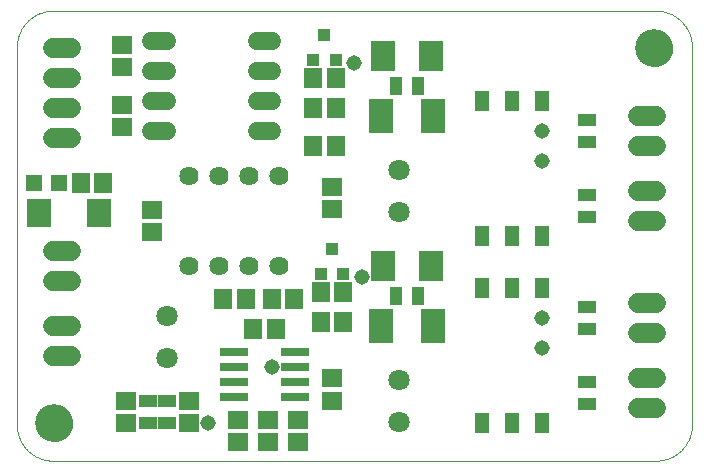
<source format=gts>
G75*
%MOIN*%
%OFA0B0*%
%FSLAX25Y25*%
%IPPOS*%
%LPD*%
%AMOC8*
5,1,8,0,0,1.08239X$1,22.5*
%
%ADD10C,0.00000*%
%ADD11R,0.06706X0.05918*%
%ADD12C,0.07100*%
%ADD13R,0.05918X0.06706*%
%ADD14R,0.07887X0.10249*%
%ADD15R,0.09461X0.03162*%
%ADD16R,0.03950X0.04343*%
%ADD17C,0.06400*%
%ADD18C,0.06737*%
%ADD19R,0.04343X0.06312*%
%ADD20R,0.04800X0.06800*%
%ADD21R,0.06312X0.04343*%
%ADD22R,0.07887X0.11430*%
%ADD23R,0.07887X0.09461*%
%ADD24R,0.05524X0.05524*%
%ADD25C,0.06000*%
%ADD26C,0.12611*%
%ADD27C,0.05156*%
D10*
X0016500Y0005500D02*
X0217500Y0005500D01*
X0217790Y0005504D01*
X0218080Y0005514D01*
X0218369Y0005532D01*
X0218658Y0005556D01*
X0218946Y0005587D01*
X0219234Y0005626D01*
X0219520Y0005671D01*
X0219806Y0005724D01*
X0220089Y0005783D01*
X0220372Y0005849D01*
X0220652Y0005921D01*
X0220931Y0006001D01*
X0221208Y0006087D01*
X0221483Y0006180D01*
X0221755Y0006280D01*
X0222025Y0006386D01*
X0222292Y0006498D01*
X0222557Y0006618D01*
X0222818Y0006743D01*
X0223077Y0006875D01*
X0223332Y0007012D01*
X0223584Y0007156D01*
X0223832Y0007306D01*
X0224076Y0007462D01*
X0224317Y0007624D01*
X0224553Y0007792D01*
X0224786Y0007965D01*
X0225014Y0008144D01*
X0225238Y0008328D01*
X0225457Y0008518D01*
X0225672Y0008713D01*
X0225882Y0008913D01*
X0226087Y0009118D01*
X0226287Y0009328D01*
X0226482Y0009543D01*
X0226672Y0009762D01*
X0226856Y0009986D01*
X0227035Y0010214D01*
X0227208Y0010447D01*
X0227376Y0010683D01*
X0227538Y0010924D01*
X0227694Y0011168D01*
X0227844Y0011416D01*
X0227988Y0011668D01*
X0228125Y0011923D01*
X0228257Y0012182D01*
X0228382Y0012443D01*
X0228502Y0012708D01*
X0228614Y0012975D01*
X0228720Y0013245D01*
X0228820Y0013517D01*
X0228913Y0013792D01*
X0228999Y0014069D01*
X0229079Y0014348D01*
X0229151Y0014628D01*
X0229217Y0014911D01*
X0229276Y0015194D01*
X0229329Y0015480D01*
X0229374Y0015766D01*
X0229413Y0016054D01*
X0229444Y0016342D01*
X0229468Y0016631D01*
X0229486Y0016920D01*
X0229496Y0017210D01*
X0229500Y0017500D01*
X0229500Y0143500D01*
X0229496Y0143790D01*
X0229486Y0144080D01*
X0229468Y0144369D01*
X0229444Y0144658D01*
X0229413Y0144946D01*
X0229374Y0145234D01*
X0229329Y0145520D01*
X0229276Y0145806D01*
X0229217Y0146089D01*
X0229151Y0146372D01*
X0229079Y0146652D01*
X0228999Y0146931D01*
X0228913Y0147208D01*
X0228820Y0147483D01*
X0228720Y0147755D01*
X0228614Y0148025D01*
X0228502Y0148292D01*
X0228382Y0148557D01*
X0228257Y0148818D01*
X0228125Y0149077D01*
X0227988Y0149332D01*
X0227844Y0149584D01*
X0227694Y0149832D01*
X0227538Y0150076D01*
X0227376Y0150317D01*
X0227208Y0150553D01*
X0227035Y0150786D01*
X0226856Y0151014D01*
X0226672Y0151238D01*
X0226482Y0151457D01*
X0226287Y0151672D01*
X0226087Y0151882D01*
X0225882Y0152087D01*
X0225672Y0152287D01*
X0225457Y0152482D01*
X0225238Y0152672D01*
X0225014Y0152856D01*
X0224786Y0153035D01*
X0224553Y0153208D01*
X0224317Y0153376D01*
X0224076Y0153538D01*
X0223832Y0153694D01*
X0223584Y0153844D01*
X0223332Y0153988D01*
X0223077Y0154125D01*
X0222818Y0154257D01*
X0222557Y0154382D01*
X0222292Y0154502D01*
X0222025Y0154614D01*
X0221755Y0154720D01*
X0221483Y0154820D01*
X0221208Y0154913D01*
X0220931Y0154999D01*
X0220652Y0155079D01*
X0220372Y0155151D01*
X0220089Y0155217D01*
X0219806Y0155276D01*
X0219520Y0155329D01*
X0219234Y0155374D01*
X0218946Y0155413D01*
X0218658Y0155444D01*
X0218369Y0155468D01*
X0218080Y0155486D01*
X0217790Y0155496D01*
X0217500Y0155500D01*
X0016500Y0155500D01*
X0016210Y0155496D01*
X0015920Y0155486D01*
X0015631Y0155468D01*
X0015342Y0155444D01*
X0015054Y0155413D01*
X0014766Y0155374D01*
X0014480Y0155329D01*
X0014194Y0155276D01*
X0013911Y0155217D01*
X0013628Y0155151D01*
X0013348Y0155079D01*
X0013069Y0154999D01*
X0012792Y0154913D01*
X0012517Y0154820D01*
X0012245Y0154720D01*
X0011975Y0154614D01*
X0011708Y0154502D01*
X0011443Y0154382D01*
X0011182Y0154257D01*
X0010923Y0154125D01*
X0010668Y0153988D01*
X0010416Y0153844D01*
X0010168Y0153694D01*
X0009924Y0153538D01*
X0009683Y0153376D01*
X0009447Y0153208D01*
X0009214Y0153035D01*
X0008986Y0152856D01*
X0008762Y0152672D01*
X0008543Y0152482D01*
X0008328Y0152287D01*
X0008118Y0152087D01*
X0007913Y0151882D01*
X0007713Y0151672D01*
X0007518Y0151457D01*
X0007328Y0151238D01*
X0007144Y0151014D01*
X0006965Y0150786D01*
X0006792Y0150553D01*
X0006624Y0150317D01*
X0006462Y0150076D01*
X0006306Y0149832D01*
X0006156Y0149584D01*
X0006012Y0149332D01*
X0005875Y0149077D01*
X0005743Y0148818D01*
X0005618Y0148557D01*
X0005498Y0148292D01*
X0005386Y0148025D01*
X0005280Y0147755D01*
X0005180Y0147483D01*
X0005087Y0147208D01*
X0005001Y0146931D01*
X0004921Y0146652D01*
X0004849Y0146372D01*
X0004783Y0146089D01*
X0004724Y0145806D01*
X0004671Y0145520D01*
X0004626Y0145234D01*
X0004587Y0144946D01*
X0004556Y0144658D01*
X0004532Y0144369D01*
X0004514Y0144080D01*
X0004504Y0143790D01*
X0004500Y0143500D01*
X0004500Y0017500D01*
X0004504Y0017210D01*
X0004514Y0016920D01*
X0004532Y0016631D01*
X0004556Y0016342D01*
X0004587Y0016054D01*
X0004626Y0015766D01*
X0004671Y0015480D01*
X0004724Y0015194D01*
X0004783Y0014911D01*
X0004849Y0014628D01*
X0004921Y0014348D01*
X0005001Y0014069D01*
X0005087Y0013792D01*
X0005180Y0013517D01*
X0005280Y0013245D01*
X0005386Y0012975D01*
X0005498Y0012708D01*
X0005618Y0012443D01*
X0005743Y0012182D01*
X0005875Y0011923D01*
X0006012Y0011668D01*
X0006156Y0011416D01*
X0006306Y0011168D01*
X0006462Y0010924D01*
X0006624Y0010683D01*
X0006792Y0010447D01*
X0006965Y0010214D01*
X0007144Y0009986D01*
X0007328Y0009762D01*
X0007518Y0009543D01*
X0007713Y0009328D01*
X0007913Y0009118D01*
X0008118Y0008913D01*
X0008328Y0008713D01*
X0008543Y0008518D01*
X0008762Y0008328D01*
X0008986Y0008144D01*
X0009214Y0007965D01*
X0009447Y0007792D01*
X0009683Y0007624D01*
X0009924Y0007462D01*
X0010168Y0007306D01*
X0010416Y0007156D01*
X0010668Y0007012D01*
X0010923Y0006875D01*
X0011182Y0006743D01*
X0011443Y0006618D01*
X0011708Y0006498D01*
X0011975Y0006386D01*
X0012245Y0006280D01*
X0012517Y0006180D01*
X0012792Y0006087D01*
X0013069Y0006001D01*
X0013348Y0005921D01*
X0013628Y0005849D01*
X0013911Y0005783D01*
X0014194Y0005724D01*
X0014480Y0005671D01*
X0014766Y0005626D01*
X0015054Y0005587D01*
X0015342Y0005556D01*
X0015631Y0005532D01*
X0015920Y0005514D01*
X0016210Y0005504D01*
X0016500Y0005500D01*
X0011094Y0018000D02*
X0011096Y0018153D01*
X0011102Y0018307D01*
X0011112Y0018460D01*
X0011126Y0018612D01*
X0011144Y0018765D01*
X0011166Y0018916D01*
X0011191Y0019067D01*
X0011221Y0019218D01*
X0011255Y0019368D01*
X0011292Y0019516D01*
X0011333Y0019664D01*
X0011378Y0019810D01*
X0011427Y0019956D01*
X0011480Y0020100D01*
X0011536Y0020242D01*
X0011596Y0020383D01*
X0011660Y0020523D01*
X0011727Y0020661D01*
X0011798Y0020797D01*
X0011873Y0020931D01*
X0011950Y0021063D01*
X0012032Y0021193D01*
X0012116Y0021321D01*
X0012204Y0021447D01*
X0012295Y0021570D01*
X0012389Y0021691D01*
X0012487Y0021809D01*
X0012587Y0021925D01*
X0012691Y0022038D01*
X0012797Y0022149D01*
X0012906Y0022257D01*
X0013018Y0022362D01*
X0013132Y0022463D01*
X0013250Y0022562D01*
X0013369Y0022658D01*
X0013491Y0022751D01*
X0013616Y0022840D01*
X0013743Y0022927D01*
X0013872Y0023009D01*
X0014003Y0023089D01*
X0014136Y0023165D01*
X0014271Y0023238D01*
X0014408Y0023307D01*
X0014547Y0023372D01*
X0014687Y0023434D01*
X0014829Y0023492D01*
X0014972Y0023547D01*
X0015117Y0023598D01*
X0015263Y0023645D01*
X0015410Y0023688D01*
X0015558Y0023727D01*
X0015707Y0023763D01*
X0015857Y0023794D01*
X0016008Y0023822D01*
X0016159Y0023846D01*
X0016312Y0023866D01*
X0016464Y0023882D01*
X0016617Y0023894D01*
X0016770Y0023902D01*
X0016923Y0023906D01*
X0017077Y0023906D01*
X0017230Y0023902D01*
X0017383Y0023894D01*
X0017536Y0023882D01*
X0017688Y0023866D01*
X0017841Y0023846D01*
X0017992Y0023822D01*
X0018143Y0023794D01*
X0018293Y0023763D01*
X0018442Y0023727D01*
X0018590Y0023688D01*
X0018737Y0023645D01*
X0018883Y0023598D01*
X0019028Y0023547D01*
X0019171Y0023492D01*
X0019313Y0023434D01*
X0019453Y0023372D01*
X0019592Y0023307D01*
X0019729Y0023238D01*
X0019864Y0023165D01*
X0019997Y0023089D01*
X0020128Y0023009D01*
X0020257Y0022927D01*
X0020384Y0022840D01*
X0020509Y0022751D01*
X0020631Y0022658D01*
X0020750Y0022562D01*
X0020868Y0022463D01*
X0020982Y0022362D01*
X0021094Y0022257D01*
X0021203Y0022149D01*
X0021309Y0022038D01*
X0021413Y0021925D01*
X0021513Y0021809D01*
X0021611Y0021691D01*
X0021705Y0021570D01*
X0021796Y0021447D01*
X0021884Y0021321D01*
X0021968Y0021193D01*
X0022050Y0021063D01*
X0022127Y0020931D01*
X0022202Y0020797D01*
X0022273Y0020661D01*
X0022340Y0020523D01*
X0022404Y0020383D01*
X0022464Y0020242D01*
X0022520Y0020100D01*
X0022573Y0019956D01*
X0022622Y0019810D01*
X0022667Y0019664D01*
X0022708Y0019516D01*
X0022745Y0019368D01*
X0022779Y0019218D01*
X0022809Y0019067D01*
X0022834Y0018916D01*
X0022856Y0018765D01*
X0022874Y0018612D01*
X0022888Y0018460D01*
X0022898Y0018307D01*
X0022904Y0018153D01*
X0022906Y0018000D01*
X0022904Y0017847D01*
X0022898Y0017693D01*
X0022888Y0017540D01*
X0022874Y0017388D01*
X0022856Y0017235D01*
X0022834Y0017084D01*
X0022809Y0016933D01*
X0022779Y0016782D01*
X0022745Y0016632D01*
X0022708Y0016484D01*
X0022667Y0016336D01*
X0022622Y0016190D01*
X0022573Y0016044D01*
X0022520Y0015900D01*
X0022464Y0015758D01*
X0022404Y0015617D01*
X0022340Y0015477D01*
X0022273Y0015339D01*
X0022202Y0015203D01*
X0022127Y0015069D01*
X0022050Y0014937D01*
X0021968Y0014807D01*
X0021884Y0014679D01*
X0021796Y0014553D01*
X0021705Y0014430D01*
X0021611Y0014309D01*
X0021513Y0014191D01*
X0021413Y0014075D01*
X0021309Y0013962D01*
X0021203Y0013851D01*
X0021094Y0013743D01*
X0020982Y0013638D01*
X0020868Y0013537D01*
X0020750Y0013438D01*
X0020631Y0013342D01*
X0020509Y0013249D01*
X0020384Y0013160D01*
X0020257Y0013073D01*
X0020128Y0012991D01*
X0019997Y0012911D01*
X0019864Y0012835D01*
X0019729Y0012762D01*
X0019592Y0012693D01*
X0019453Y0012628D01*
X0019313Y0012566D01*
X0019171Y0012508D01*
X0019028Y0012453D01*
X0018883Y0012402D01*
X0018737Y0012355D01*
X0018590Y0012312D01*
X0018442Y0012273D01*
X0018293Y0012237D01*
X0018143Y0012206D01*
X0017992Y0012178D01*
X0017841Y0012154D01*
X0017688Y0012134D01*
X0017536Y0012118D01*
X0017383Y0012106D01*
X0017230Y0012098D01*
X0017077Y0012094D01*
X0016923Y0012094D01*
X0016770Y0012098D01*
X0016617Y0012106D01*
X0016464Y0012118D01*
X0016312Y0012134D01*
X0016159Y0012154D01*
X0016008Y0012178D01*
X0015857Y0012206D01*
X0015707Y0012237D01*
X0015558Y0012273D01*
X0015410Y0012312D01*
X0015263Y0012355D01*
X0015117Y0012402D01*
X0014972Y0012453D01*
X0014829Y0012508D01*
X0014687Y0012566D01*
X0014547Y0012628D01*
X0014408Y0012693D01*
X0014271Y0012762D01*
X0014136Y0012835D01*
X0014003Y0012911D01*
X0013872Y0012991D01*
X0013743Y0013073D01*
X0013616Y0013160D01*
X0013491Y0013249D01*
X0013369Y0013342D01*
X0013250Y0013438D01*
X0013132Y0013537D01*
X0013018Y0013638D01*
X0012906Y0013743D01*
X0012797Y0013851D01*
X0012691Y0013962D01*
X0012587Y0014075D01*
X0012487Y0014191D01*
X0012389Y0014309D01*
X0012295Y0014430D01*
X0012204Y0014553D01*
X0012116Y0014679D01*
X0012032Y0014807D01*
X0011950Y0014937D01*
X0011873Y0015069D01*
X0011798Y0015203D01*
X0011727Y0015339D01*
X0011660Y0015477D01*
X0011596Y0015617D01*
X0011536Y0015758D01*
X0011480Y0015900D01*
X0011427Y0016044D01*
X0011378Y0016190D01*
X0011333Y0016336D01*
X0011292Y0016484D01*
X0011255Y0016632D01*
X0011221Y0016782D01*
X0011191Y0016933D01*
X0011166Y0017084D01*
X0011144Y0017235D01*
X0011126Y0017388D01*
X0011112Y0017540D01*
X0011102Y0017693D01*
X0011096Y0017847D01*
X0011094Y0018000D01*
X0211094Y0143000D02*
X0211096Y0143153D01*
X0211102Y0143307D01*
X0211112Y0143460D01*
X0211126Y0143612D01*
X0211144Y0143765D01*
X0211166Y0143916D01*
X0211191Y0144067D01*
X0211221Y0144218D01*
X0211255Y0144368D01*
X0211292Y0144516D01*
X0211333Y0144664D01*
X0211378Y0144810D01*
X0211427Y0144956D01*
X0211480Y0145100D01*
X0211536Y0145242D01*
X0211596Y0145383D01*
X0211660Y0145523D01*
X0211727Y0145661D01*
X0211798Y0145797D01*
X0211873Y0145931D01*
X0211950Y0146063D01*
X0212032Y0146193D01*
X0212116Y0146321D01*
X0212204Y0146447D01*
X0212295Y0146570D01*
X0212389Y0146691D01*
X0212487Y0146809D01*
X0212587Y0146925D01*
X0212691Y0147038D01*
X0212797Y0147149D01*
X0212906Y0147257D01*
X0213018Y0147362D01*
X0213132Y0147463D01*
X0213250Y0147562D01*
X0213369Y0147658D01*
X0213491Y0147751D01*
X0213616Y0147840D01*
X0213743Y0147927D01*
X0213872Y0148009D01*
X0214003Y0148089D01*
X0214136Y0148165D01*
X0214271Y0148238D01*
X0214408Y0148307D01*
X0214547Y0148372D01*
X0214687Y0148434D01*
X0214829Y0148492D01*
X0214972Y0148547D01*
X0215117Y0148598D01*
X0215263Y0148645D01*
X0215410Y0148688D01*
X0215558Y0148727D01*
X0215707Y0148763D01*
X0215857Y0148794D01*
X0216008Y0148822D01*
X0216159Y0148846D01*
X0216312Y0148866D01*
X0216464Y0148882D01*
X0216617Y0148894D01*
X0216770Y0148902D01*
X0216923Y0148906D01*
X0217077Y0148906D01*
X0217230Y0148902D01*
X0217383Y0148894D01*
X0217536Y0148882D01*
X0217688Y0148866D01*
X0217841Y0148846D01*
X0217992Y0148822D01*
X0218143Y0148794D01*
X0218293Y0148763D01*
X0218442Y0148727D01*
X0218590Y0148688D01*
X0218737Y0148645D01*
X0218883Y0148598D01*
X0219028Y0148547D01*
X0219171Y0148492D01*
X0219313Y0148434D01*
X0219453Y0148372D01*
X0219592Y0148307D01*
X0219729Y0148238D01*
X0219864Y0148165D01*
X0219997Y0148089D01*
X0220128Y0148009D01*
X0220257Y0147927D01*
X0220384Y0147840D01*
X0220509Y0147751D01*
X0220631Y0147658D01*
X0220750Y0147562D01*
X0220868Y0147463D01*
X0220982Y0147362D01*
X0221094Y0147257D01*
X0221203Y0147149D01*
X0221309Y0147038D01*
X0221413Y0146925D01*
X0221513Y0146809D01*
X0221611Y0146691D01*
X0221705Y0146570D01*
X0221796Y0146447D01*
X0221884Y0146321D01*
X0221968Y0146193D01*
X0222050Y0146063D01*
X0222127Y0145931D01*
X0222202Y0145797D01*
X0222273Y0145661D01*
X0222340Y0145523D01*
X0222404Y0145383D01*
X0222464Y0145242D01*
X0222520Y0145100D01*
X0222573Y0144956D01*
X0222622Y0144810D01*
X0222667Y0144664D01*
X0222708Y0144516D01*
X0222745Y0144368D01*
X0222779Y0144218D01*
X0222809Y0144067D01*
X0222834Y0143916D01*
X0222856Y0143765D01*
X0222874Y0143612D01*
X0222888Y0143460D01*
X0222898Y0143307D01*
X0222904Y0143153D01*
X0222906Y0143000D01*
X0222904Y0142847D01*
X0222898Y0142693D01*
X0222888Y0142540D01*
X0222874Y0142388D01*
X0222856Y0142235D01*
X0222834Y0142084D01*
X0222809Y0141933D01*
X0222779Y0141782D01*
X0222745Y0141632D01*
X0222708Y0141484D01*
X0222667Y0141336D01*
X0222622Y0141190D01*
X0222573Y0141044D01*
X0222520Y0140900D01*
X0222464Y0140758D01*
X0222404Y0140617D01*
X0222340Y0140477D01*
X0222273Y0140339D01*
X0222202Y0140203D01*
X0222127Y0140069D01*
X0222050Y0139937D01*
X0221968Y0139807D01*
X0221884Y0139679D01*
X0221796Y0139553D01*
X0221705Y0139430D01*
X0221611Y0139309D01*
X0221513Y0139191D01*
X0221413Y0139075D01*
X0221309Y0138962D01*
X0221203Y0138851D01*
X0221094Y0138743D01*
X0220982Y0138638D01*
X0220868Y0138537D01*
X0220750Y0138438D01*
X0220631Y0138342D01*
X0220509Y0138249D01*
X0220384Y0138160D01*
X0220257Y0138073D01*
X0220128Y0137991D01*
X0219997Y0137911D01*
X0219864Y0137835D01*
X0219729Y0137762D01*
X0219592Y0137693D01*
X0219453Y0137628D01*
X0219313Y0137566D01*
X0219171Y0137508D01*
X0219028Y0137453D01*
X0218883Y0137402D01*
X0218737Y0137355D01*
X0218590Y0137312D01*
X0218442Y0137273D01*
X0218293Y0137237D01*
X0218143Y0137206D01*
X0217992Y0137178D01*
X0217841Y0137154D01*
X0217688Y0137134D01*
X0217536Y0137118D01*
X0217383Y0137106D01*
X0217230Y0137098D01*
X0217077Y0137094D01*
X0216923Y0137094D01*
X0216770Y0137098D01*
X0216617Y0137106D01*
X0216464Y0137118D01*
X0216312Y0137134D01*
X0216159Y0137154D01*
X0216008Y0137178D01*
X0215857Y0137206D01*
X0215707Y0137237D01*
X0215558Y0137273D01*
X0215410Y0137312D01*
X0215263Y0137355D01*
X0215117Y0137402D01*
X0214972Y0137453D01*
X0214829Y0137508D01*
X0214687Y0137566D01*
X0214547Y0137628D01*
X0214408Y0137693D01*
X0214271Y0137762D01*
X0214136Y0137835D01*
X0214003Y0137911D01*
X0213872Y0137991D01*
X0213743Y0138073D01*
X0213616Y0138160D01*
X0213491Y0138249D01*
X0213369Y0138342D01*
X0213250Y0138438D01*
X0213132Y0138537D01*
X0213018Y0138638D01*
X0212906Y0138743D01*
X0212797Y0138851D01*
X0212691Y0138962D01*
X0212587Y0139075D01*
X0212487Y0139191D01*
X0212389Y0139309D01*
X0212295Y0139430D01*
X0212204Y0139553D01*
X0212116Y0139679D01*
X0212032Y0139807D01*
X0211950Y0139937D01*
X0211873Y0140069D01*
X0211798Y0140203D01*
X0211727Y0140339D01*
X0211660Y0140477D01*
X0211596Y0140617D01*
X0211536Y0140758D01*
X0211480Y0140900D01*
X0211427Y0141044D01*
X0211378Y0141190D01*
X0211333Y0141336D01*
X0211292Y0141484D01*
X0211255Y0141632D01*
X0211221Y0141782D01*
X0211191Y0141933D01*
X0211166Y0142084D01*
X0211144Y0142235D01*
X0211126Y0142388D01*
X0211112Y0142540D01*
X0211102Y0142693D01*
X0211096Y0142847D01*
X0211094Y0143000D01*
D11*
X0109500Y0096740D03*
X0109500Y0089260D03*
X0049500Y0089240D03*
X0049500Y0081760D03*
X0039500Y0116760D03*
X0039500Y0124240D03*
X0039500Y0136760D03*
X0039500Y0144240D03*
X0109500Y0032990D03*
X0109500Y0025510D03*
X0098250Y0019240D03*
X0088250Y0019240D03*
X0078250Y0019240D03*
X0078250Y0011760D03*
X0088250Y0011760D03*
X0098250Y0011760D03*
X0062000Y0018010D03*
X0062000Y0025490D03*
X0040750Y0025490D03*
X0040750Y0018010D03*
D12*
X0054500Y0039750D03*
X0054500Y0053750D03*
X0132000Y0032500D03*
X0132000Y0018500D03*
X0132000Y0088500D03*
X0132000Y0102500D03*
D13*
X0110740Y0110500D03*
X0103260Y0110500D03*
X0103260Y0123000D03*
X0110740Y0123000D03*
X0110740Y0133000D03*
X0103260Y0133000D03*
X0033240Y0098000D03*
X0025760Y0098000D03*
X0073260Y0059250D03*
X0080740Y0059250D03*
X0089510Y0059250D03*
X0096990Y0059250D03*
X0105760Y0061750D03*
X0113240Y0061750D03*
X0113240Y0051750D03*
X0105760Y0051750D03*
X0090740Y0049250D03*
X0083260Y0049250D03*
D14*
X0126528Y0070500D03*
X0142472Y0070500D03*
X0142472Y0140500D03*
X0126528Y0140500D03*
D15*
X0097236Y0041750D03*
X0097236Y0036750D03*
X0097236Y0031750D03*
X0097236Y0026750D03*
X0076764Y0026750D03*
X0076764Y0031750D03*
X0076764Y0036750D03*
X0076764Y0041750D03*
D16*
X0105760Y0067813D03*
X0113240Y0067813D03*
X0109500Y0076081D03*
X0110740Y0139063D03*
X0103260Y0139063D03*
X0107000Y0147331D03*
D17*
X0092000Y0100500D03*
X0082000Y0100500D03*
X0072000Y0100500D03*
X0062000Y0100500D03*
X0062000Y0070500D03*
X0072000Y0070500D03*
X0082000Y0070500D03*
X0092000Y0070500D03*
D18*
X0022469Y0065500D02*
X0016531Y0065500D01*
X0016531Y0075500D02*
X0022469Y0075500D01*
X0022469Y0050500D02*
X0016531Y0050500D01*
X0016531Y0040500D02*
X0022469Y0040500D01*
X0022469Y0113000D02*
X0016531Y0113000D01*
X0016531Y0123000D02*
X0022469Y0123000D01*
X0022469Y0133000D02*
X0016531Y0133000D01*
X0016531Y0143000D02*
X0022469Y0143000D01*
X0211531Y0120500D02*
X0217469Y0120500D01*
X0217469Y0110500D02*
X0211531Y0110500D01*
X0211531Y0095500D02*
X0217469Y0095500D01*
X0217469Y0085500D02*
X0211531Y0085500D01*
X0211531Y0058000D02*
X0217469Y0058000D01*
X0217469Y0048000D02*
X0211531Y0048000D01*
X0211531Y0033000D02*
X0217469Y0033000D01*
X0217469Y0023000D02*
X0211531Y0023000D01*
D19*
X0138240Y0060500D03*
X0130760Y0060500D03*
X0130760Y0130500D03*
X0138240Y0130500D03*
D20*
X0159500Y0125500D03*
X0169500Y0125500D03*
X0179500Y0125500D03*
X0179500Y0080500D03*
X0169500Y0080500D03*
X0159500Y0080500D03*
X0159500Y0063000D03*
X0169500Y0063000D03*
X0179500Y0063000D03*
X0179500Y0018000D03*
X0169500Y0018000D03*
X0159500Y0018000D03*
D21*
X0194500Y0024260D03*
X0194500Y0031740D03*
X0194500Y0049260D03*
X0194500Y0056740D03*
X0194500Y0086760D03*
X0194500Y0094240D03*
X0194500Y0111760D03*
X0194500Y0119240D03*
X0054500Y0025490D03*
X0048250Y0025490D03*
X0048250Y0018010D03*
X0054500Y0018010D03*
D22*
X0125839Y0050500D03*
X0143161Y0050500D03*
X0143161Y0120500D03*
X0125839Y0120500D03*
D23*
X0032039Y0088000D03*
X0011961Y0088000D03*
D24*
X0010366Y0098000D03*
X0018634Y0098000D03*
D25*
X0049300Y0115500D02*
X0054500Y0115500D01*
X0054500Y0125500D02*
X0049300Y0125500D01*
X0049300Y0135500D02*
X0054500Y0135500D01*
X0054500Y0145500D02*
X0049300Y0145500D01*
X0084500Y0145500D02*
X0089700Y0145500D01*
X0089700Y0135500D02*
X0084500Y0135500D01*
X0084500Y0125500D02*
X0089700Y0125500D01*
X0089700Y0115500D02*
X0084500Y0115500D01*
D26*
X0217000Y0143000D03*
X0017000Y0018000D03*
D27*
X0068250Y0018000D03*
X0089500Y0036750D03*
X0119500Y0066750D03*
X0179500Y0053000D03*
X0179500Y0043000D03*
X0179500Y0105500D03*
X0179500Y0115500D03*
X0117000Y0138000D03*
M02*

</source>
